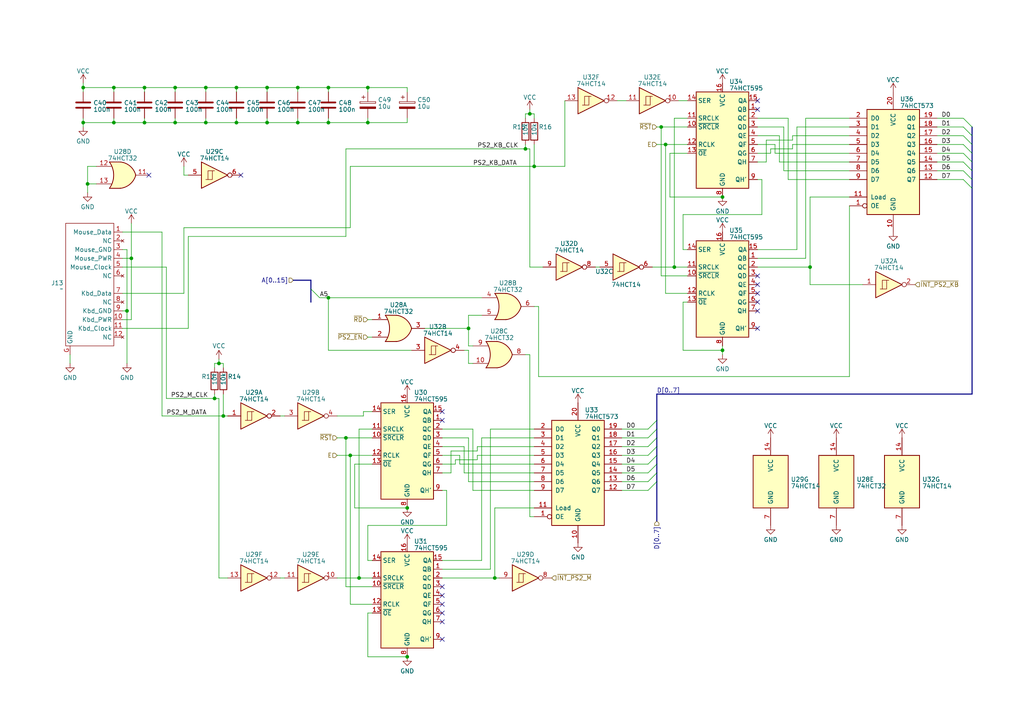
<source format=kicad_sch>
(kicad_sch (version 20231120) (generator "eeschema") (generator_version "8.0")
  (paper "A4")
  (lib_symbols
    (symbol "74xx:74HC14" (pin_names (offset 1.016))
      (property "Reference" "U" (at 0 1.27 0))
      (property "Value" "74HC14" (at 0 -1.27 0))
      (symbol "74HC14_1_0"
        (polyline (pts (xy -3.81 3.81) (xy -3.81 -3.81) (xy 3.81 0) (xy -3.81 3.81)) (stroke (width 0.254)) (fill (type background)))
        (pin input line (at -7.62 0 0) (length 3.81) (name "~") (number "1"))
        (pin output inverted (at 7.62 0 180) (length 3.81) (name "~") (number "2"))
      )
      (symbol "74HC14_1_1"
        (polyline (pts (xy -1.905 -1.27) (xy -1.905 1.27) (xy -0.635 1.27)))
        (polyline (pts (xy -2.54 -1.27) (xy -0.635 -1.27) (xy -0.635 1.27) (xy 0 1.27)))
      )
      (symbol "74HC14_2_0"
        (polyline (pts (xy -3.81 3.81) (xy -3.81 -3.81) (xy 3.81 0) (xy -3.81 3.81)) (stroke (width 0.254)) (fill (type background)))
        (pin input line (at -7.62 0 0) (length 3.81) (name "~") (number "3"))
        (pin output inverted (at 7.62 0 180) (length 3.81) (name "~") (number "4"))
      )
      (symbol "74HC14_2_1"
        (polyline (pts (xy -1.905 -1.27) (xy -1.905 1.27) (xy -0.635 1.27)))
        (polyline (pts (xy -2.54 -1.27) (xy -0.635 -1.27) (xy -0.635 1.27) (xy 0 1.27)))
      )
      (symbol "74HC14_3_0"
        (polyline (pts (xy -3.81 3.81) (xy -3.81 -3.81) (xy 3.81 0) (xy -3.81 3.81)) (stroke (width 0.254)) (fill (type background)))
        (pin input line (at -7.62 0 0) (length 3.81) (name "~") (number "5"))
        (pin output inverted (at 7.62 0 180) (length 3.81) (name "~") (number "6"))
      )
      (symbol "74HC14_3_1"
        (polyline (pts (xy -1.905 -1.27) (xy -1.905 1.27) (xy -0.635 1.27)))
        (polyline (pts (xy -2.54 -1.27) (xy -0.635 -1.27) (xy -0.635 1.27) (xy 0 1.27)))
      )
      (symbol "74HC14_4_0"
        (polyline (pts (xy -3.81 3.81) (xy -3.81 -3.81) (xy 3.81 0) (xy -3.81 3.81)) (stroke (width 0.254)) (fill (type background)))
        (pin output inverted (at 7.62 0 180) (length 3.81) (name "~") (number "8"))
        (pin input line (at -7.62 0 0) (length 3.81) (name "~") (number "9"))
      )
      (symbol "74HC14_4_1"
        (polyline (pts (xy -1.905 -1.27) (xy -1.905 1.27) (xy -0.635 1.27)))
        (polyline (pts (xy -2.54 -1.27) (xy -0.635 -1.27) (xy -0.635 1.27) (xy 0 1.27)))
      )
      (symbol "74HC14_5_0"
        (polyline (pts (xy -3.81 3.81) (xy -3.81 -3.81) (xy 3.81 0) (xy -3.81 3.81)) (stroke (width 0.254)) (fill (type background)))
        (pin output inverted (at 7.62 0 180) (length 3.81) (name "~") (number "10"))
        (pin input line (at -7.62 0 0) (length 3.81) (name "~") (number "11"))
      )
      (symbol "74HC14_5_1"
        (polyline (pts (xy -1.905 -1.27) (xy -1.905 1.27) (xy -0.635 1.27)))
        (polyline (pts (xy -2.54 -1.27) (xy -0.635 -1.27) (xy -0.635 1.27) (xy 0 1.27)))
      )
      (symbol "74HC14_6_0"
        (polyline (pts (xy -3.81 3.81) (xy -3.81 -3.81) (xy 3.81 0) (xy -3.81 3.81)) (stroke (width 0.254)) (fill (type background)))
        (pin output inverted (at 7.62 0 180) (length 3.81) (name "~") (number "12"))
        (pin input line (at -7.62 0 0) (length 3.81) (name "~") (number "13"))
      )
      (symbol "74HC14_6_1"
        (polyline (pts (xy -1.905 -1.27) (xy -1.905 1.27) (xy -0.635 1.27)))
        (polyline (pts (xy -2.54 -1.27) (xy -0.635 -1.27) (xy -0.635 1.27) (xy 0 1.27)))
      )
      (symbol "74HC14_7_0"
        (pin power_in line (at 0 12.7 270) (length 5.08) (name "VCC") (number "14"))
        (pin power_in line (at 0 -12.7 90) (length 5.08) (name "GND") (number "7"))
      )
      (symbol "74HC14_7_1"
        (rectangle (start -5.08 7.62) (end 5.08 -7.62) (stroke (width 0.254)) (fill (type background)))
      )
    )
    (symbol "74xx:74HC595"
      (property "Reference" "U" (at -7.62 13.97 0))
      (property "Value" "74HC595" (at -7.62 -16.51 0))
      (symbol "74HC595_1_0"
        (pin tri_state line (at 10.16 7.62 180) (length 2.54) (name "QB") (number "1"))
        (pin input line (at -10.16 2.54 0) (length 2.54) (name "~{SRCLR}") (number "10"))
        (pin input line (at -10.16 5.08 0) (length 2.54) (name "SRCLK") (number "11"))
        (pin input line (at -10.16 -2.54 0) (length 2.54) (name "RCLK") (number "12"))
        (pin input line (at -10.16 -5.08 0) (length 2.54) (name "~{OE}") (number "13"))
        (pin input line (at -10.16 10.16 0) (length 2.54) (name "SER") (number "14"))
        (pin tri_state line (at 10.16 10.16 180) (length 2.54) (name "QA") (number "15"))
        (pin power_in line (at 0 15.24 270) (length 2.54) (name "VCC") (number "16"))
        (pin tri_state line (at 10.16 5.08 180) (length 2.54) (name "QC") (number "2"))
        (pin tri_state line (at 10.16 2.54 180) (length 2.54) (name "QD") (number "3"))
        (pin tri_state line (at 10.16 0 180) (length 2.54) (name "QE") (number "4"))
        (pin tri_state line (at 10.16 -2.54 180) (length 2.54) (name "QF") (number "5"))
        (pin tri_state line (at 10.16 -5.08 180) (length 2.54) (name "QG") (number "6"))
        (pin tri_state line (at 10.16 -7.62 180) (length 2.54) (name "QH") (number "7"))
        (pin power_in line (at 0 -17.78 90) (length 2.54) (name "GND") (number "8"))
        (pin output line (at 10.16 -12.7 180) (length 2.54) (name "QH'") (number "9"))
      )
      (symbol "74HC595_1_1"
        (rectangle (start -7.62 12.7) (end 7.62 -15.24) (stroke (width 0.254)) (fill (type background)))
      )
    )
    (symbol "74xx:74LS32" (pin_names (offset 1.016))
      (property "Reference" "U" (at 0 1.27 0))
      (property "Value" "74LS32" (at 0 -1.27 0))
      (symbol "74LS32_1_1"
        (arc (start -3.81 -3.81) (mid -2.589 0) (end -3.81 3.81) (stroke (width 0.254)))
        (arc (start -0.6096 -3.81) (mid 2.1842 -2.5851) (end 3.81 0) (stroke (width 0.254)) (fill (type background)))
        (polyline (pts (xy -3.81 -3.81) (xy -0.635 -3.81)) (stroke (width 0.254)) (fill (type background)))
        (polyline (pts (xy -3.81 3.81) (xy -0.635 3.81)) (stroke (width 0.254)) (fill (type background)))
        (polyline (pts (xy -0.635 3.81) (xy -3.81 3.81) (xy -3.81 3.81) (xy -3.556 3.4036) (xy -3.0226 2.2606) (xy -2.6924 1.0414) (xy -2.6162 -0.254) (xy -2.7686 -1.4986) (xy -3.175 -2.7178) (xy -3.81 -3.81) (xy -3.81 -3.81) (xy -0.635 -3.81)) (stroke (width -25.4)) (fill (type background)))
        (arc (start 3.81 0) (mid 2.1915 2.5936) (end -0.6096 3.81) (stroke (width 0.254)) (fill (type background)))
        (pin input line (at -7.62 2.54 0) (length 4.318) (name "~") (number "1"))
        (pin input line (at -7.62 -2.54 0) (length 4.318) (name "~") (number "2"))
        (pin output line (at 7.62 0 180) (length 3.81) (name "~") (number "3"))
      )
      (symbol "74LS32_1_2"
        (arc (start 0 -3.81) (mid 3.7934 0) (end 0 3.81) (stroke (width 0.254)) (fill (type background)))
        (polyline (pts (xy 0 3.81) (xy -3.81 3.81) (xy -3.81 -3.81) (xy 0 -3.81)) (stroke (width 0.254)) (fill (type background)))
        (pin input inverted (at -7.62 2.54 0) (length 3.81) (name "~") (number "1"))
        (pin input inverted (at -7.62 -2.54 0) (length 3.81) (name "~") (number "2"))
        (pin output inverted (at 7.62 0 180) (length 3.81) (name "~") (number "3"))
      )
      (symbol "74LS32_2_1"
        (arc (start -3.81 -3.81) (mid -2.589 0) (end -3.81 3.81) (stroke (width 0.254)))
        (arc (start -0.6096 -3.81) (mid 2.1842 -2.5851) (end 3.81 0) (stroke (width 0.254)) (fill (type background)))
        (polyline (pts (xy -3.81 -3.81) (xy -0.635 -3.81)) (stroke (width 0.254)) (fill (type background)))
        (polyline (pts (xy -3.81 3.81) (xy -0.635 3.81)) (stroke (width 0.254)) (fill (type background)))
        (polyline (pts (xy -0.635 3.81) (xy -3.81 3.81) (xy -3.81 3.81) (xy -3.556 3.4036) (xy -3.0226 2.2606) (xy -2.6924 1.0414) (xy -2.6162 -0.254) (xy -2.7686 -1.4986) (xy -3.175 -2.7178) (xy -3.81 -3.81) (xy -3.81 -3.81) (xy -0.635 -3.81)) (stroke (width -25.4)) (fill (type background)))
        (arc (start 3.81 0) (mid 2.1915 2.5936) (end -0.6096 3.81) (stroke (width 0.254)) (fill (type background)))
        (pin input line (at -7.62 2.54 0) (length 4.318) (name "~") (number "4"))
        (pin input line (at -7.62 -2.54 0) (length 4.318) (name "~") (number "5"))
        (pin output line (at 7.62 0 180) (length 3.81) (name "~") (number "6"))
      )
      (symbol "74LS32_2_2"
        (arc (start 0 -3.81) (mid 3.7934 0) (end 0 3.81) (stroke (width 0.254)) (fill (type background)))
        (polyline (pts (xy 0 3.81) (xy -3.81 3.81) (xy -3.81 -3.81) (xy 0 -3.81)) (stroke (width 0.254)) (fill (type background)))
        (pin input inverted (at -7.62 2.54 0) (length 3.81) (name "~") (number "4"))
        (pin input inverted (at -7.62 -2.54 0) (length 3.81) (name "~") (number "5"))
        (pin output inverted (at 7.62 0 180) (length 3.81) (name "~") (number "6"))
      )
      (symbol "74LS32_3_1"
        (arc (start -3.81 -3.81) (mid -2.589 0) (end -3.81 3.81) (stroke (width 0.254)))
        (arc (start -0.6096 -3.81) (mid 2.1842 -2.5851) (end 3.81 0) (stroke (width 0.254)) (fill (type background)))
        (polyline (pts (xy -3.81 -3.81) (xy -0.635 -3.81)) (stroke (width 0.254)) (fill (type background)))
        (polyline (pts (xy -3.81 3.81) (xy -0.635 3.81)) (stroke (width 0.254)) (fill (type background)))
        (polyline (pts (xy -0.635 3.81) (xy -3.81 3.81) (xy -3.81 3.81) (xy -3.556 3.4036) (xy -3.0226 2.2606) (xy -2.6924 1.0414) (xy -2.6162 -0.254) (xy -2.7686 -1.4986) (xy -3.175 -2.7178) (xy -3.81 -3.81) (xy -3.81 -3.81) (xy -0.635 -3.81)) (stroke (width -25.4)) (fill (type background)))
        (arc (start 3.81 0) (mid 2.1915 2.5936) (end -0.6096 3.81) (stroke (width 0.254)) (fill (type background)))
        (pin input line (at -7.62 -2.54 0) (length 4.318) (name "~") (number "10"))
        (pin output line (at 7.62 0 180) (length 3.81) (name "~") (number "8"))
        (pin input line (at -7.62 2.54 0) (length 4.318) (name "~") (number "9"))
      )
      (symbol "74LS32_3_2"
        (arc (start 0 -3.81) (mid 3.7934 0) (end 0 3.81) (stroke (width 0.254)) (fill (type background)))
        (polyline (pts (xy 0 3.81) (xy -3.81 3.81) (xy -3.81 -3.81) (xy 0 -3.81)) (stroke (width 0.254)) (fill (type background)))
        (pin input inverted (at -7.62 -2.54 0) (length 3.81) (name "~") (number "10"))
        (pin output inverted (at 7.62 0 180) (length 3.81) (name "~") (number "8"))
        (pin input inverted (at -7.62 2.54 0) (length 3.81) (name "~") (number "9"))
      )
      (symbol "74LS32_4_1"
        (arc (start -3.81 -3.81) (mid -2.589 0) (end -3.81 3.81) (stroke (width 0.254)))
        (arc (start -0.6096 -3.81) (mid 2.1842 -2.5851) (end 3.81 0) (stroke (width 0.254)) (fill (type background)))
        (polyline (pts (xy -3.81 -3.81) (xy -0.635 -3.81)) (stroke (width 0.254)) (fill (type background)))
        (polyline (pts (xy -3.81 3.81) (xy -0.635 3.81)) (stroke (width 0.254)) (fill (type background)))
        (polyline (pts (xy -0.635 3.81) (xy -3.81 3.81) (xy -3.81 3.81) (xy -3.556 3.4036) (xy -3.0226 2.2606) (xy -2.6924 1.0414) (xy -2.6162 -0.254) (xy -2.7686 -1.4986) (xy -3.175 -2.7178) (xy -3.81 -3.81) (xy -3.81 -3.81) (xy -0.635 -3.81)) (stroke (width -25.4)) (fill (type background)))
        (arc (start 3.81 0) (mid 2.1915 2.5936) (end -0.6096 3.81) (stroke (width 0.254)) (fill (type background)))
        (pin output line (at 7.62 0 180) (length 3.81) (name "~") (number "11"))
        (pin input line (at -7.62 2.54 0) (length 4.318) (name "~") (number "12"))
        (pin input line (at -7.62 -2.54 0) (length 4.318) (name "~") (number "13"))
      )
      (symbol "74LS32_4_2"
        (arc (start 0 -3.81) (mid 3.7934 0) (end 0 3.81) (stroke (width 0.254)) (fill (type background)))
        (polyline (pts (xy 0 3.81) (xy -3.81 3.81) (xy -3.81 -3.81) (xy 0 -3.81)) (stroke (width 0.254)) (fill (type background)))
        (pin output inverted (at 7.62 0 180) (length 3.81) (name "~") (number "11"))
        (pin input inverted (at -7.62 2.54 0) (length 3.81) (name "~") (number "12"))
        (pin input inverted (at -7.62 -2.54 0) (length 3.81) (name "~") (number "13"))
      )
      (symbol "74LS32_5_0"
        (pin power_in line (at 0 12.7 270) (length 5.08) (name "VCC") (number "14"))
        (pin power_in line (at 0 -12.7 90) (length 5.08) (name "GND") (number "7"))
      )
      (symbol "74LS32_5_1"
        (rectangle (start -5.08 7.62) (end 5.08 -7.62) (stroke (width 0.254)) (fill (type background)))
      )
    )
    (symbol "74xx:74LS573" (pin_names (offset 1.016))
      (property "Reference" "U" (at -7.62 16.51 0))
      (property "Value" "74LS573" (at -7.62 -16.51 0))
      (symbol "74LS573_1_0"
        (pin input inverted (at -12.7 -12.7 0) (length 5.08) (name "OE") (number "1"))
        (pin power_in line (at 0 -20.32 90) (length 5.08) (name "GND") (number "10"))
        (pin input line (at -12.7 -10.16 0) (length 5.08) (name "Load") (number "11"))
        (pin tri_state line (at 12.7 -5.08 180) (length 5.08) (name "Q7") (number "12"))
        (pin tri_state line (at 12.7 -2.54 180) (length 5.08) (name "Q6") (number "13"))
        (pin tri_state line (at 12.7 0 180) (length 5.08) (name "Q5") (number "14"))
        (pin tri_state line (at 12.7 2.54 180) (length 5.08) (name "Q4") (number "15"))
        (pin tri_state line (at 12.7 5.08 180) (length 5.08) (name "Q3") (number "16"))
        (pin tri_state line (at 12.7 7.62 180) (length 5.08) (name "Q2") (number "17"))
        (pin tri_state line (at 12.7 10.16 180) (length 5.08) (name "Q1") (number "18"))
        (pin tri_state line (at 12.7 12.7 180) (length 5.08) (name "Q0") (number "19"))
        (pin input line (at -12.7 12.7 0) (length 5.08) (name "D0") (number "2"))
        (pin power_in line (at 0 20.32 270) (length 5.08) (name "VCC") (number "20"))
        (pin input line (at -12.7 10.16 0) (length 5.08) (name "D1") (number "3"))
        (pin input line (at -12.7 7.62 0) (length 5.08) (name "D2") (number "4"))
        (pin input line (at -12.7 5.08 0) (length 5.08) (name "D3") (number "5"))
        (pin input line (at -12.7 2.54 0) (length 5.08) (name "D4") (number "6"))
        (pin input line (at -12.7 0 0) (length 5.08) (name "D5") (number "7"))
        (pin input line (at -12.7 -2.54 0) (length 5.08) (name "D6") (number "8"))
        (pin input line (at -12.7 -5.08 0) (length 5.08) (name "D7") (number "9"))
      )
      (symbol "74LS573_1_1"
        (rectangle (start -7.62 15.24) (end 7.62 -15.24) (stroke (width 0.254)) (fill (type background)))
      )
    )
    (symbol "Device:C" (pin_numbers hide) (pin_names (offset 0.254))
      (property "Reference" "C" (at 0.635 2.54 0))
      (property "Value" "C" (at 0.635 -2.54 0))
      (symbol "C_0_1"
        (polyline (pts (xy -2.032 -0.762) (xy 2.032 -0.762)) (stroke (width 0.508)))
        (polyline (pts (xy -2.032 0.762) (xy 2.032 0.762)) (stroke (width 0.508)))
      )
      (symbol "C_1_1"
        (pin passive line (at 0 3.81 270) (length 2.794) (name "~") (number "1"))
        (pin passive line (at 0 -3.81 90) (length 2.794) (name "~") (number "2"))
      )
    )
    (symbol "Device:C_Polarized" (pin_numbers hide) (pin_names (offset 0.254))
      (property "Reference" "C" (at 0.635 2.54 0))
      (property "Value" "C_Polarized" (at 0.635 -2.54 0))
      (symbol "C_Polarized_0_1"
        (rectangle (start -2.286 0.508) (end 2.286 1.016))
        (polyline (pts (xy -1.778 2.286) (xy -0.762 2.286)))
        (polyline (pts (xy -1.27 2.794) (xy -1.27 1.778)))
        (rectangle (start 2.286 -0.508) (end -2.286 -1.016) (fill (type outline)))
      )
      (symbol "C_Polarized_1_1"
        (pin passive line (at 0 3.81 270) (length 2.794) (name "~") (number "1"))
        (pin passive line (at 0 -3.81 90) (length 2.794) (name "~") (number "2"))
      )
    )
    (symbol "Device:R" (pin_numbers hide) (pin_names (offset 0))
      (property "Reference" "R" (at 2.032 0 90))
      (property "Value" "R" (at 0 0 90))
      (symbol "R_0_1"
        (rectangle (start -1.016 -2.54) (end 1.016 2.54) (stroke (width 0.254)))
      )
      (symbol "R_1_1"
        (pin passive line (at 0 3.81 270) (length 1.27) (name "~") (number "1"))
        (pin passive line (at 0 -3.81 90) (length 1.27) (name "~") (number "2"))
      )
    )
    (symbol "motherboard:2xPS2"
      (property "Reference" "J" (at 0 0 0))
      (symbol "2xPS2_0_1"
        (rectangle (start -7.62 38.1) (end 6.35 2.54))
      )
      (symbol "2xPS2_1_1"
        (pin input line (at -10.16 35.56 0) (length 2.54) (name "Mouse_Data") (number "1"))
        (pin power_in line (at -10.16 10.16 0) (length 2.54) (name "Kbd_PWR") (number "10"))
        (pin power_in line (at -10.16 7.62 0) (length 2.54) (name "Kbd_Clock") (number "11"))
        (pin no_connect line (at -10.16 5.08 0) (length 2.54) (name "NC") (number "12"))
        (pin no_connect line (at -10.16 33.02 0) (length 2.54) (name "NC") (number "2"))
        (pin power_in line (at -10.16 30.48 0) (length 2.54) (name "Mouse_GND") (number "3"))
        (pin power_in line (at -10.16 27.94 0) (length 2.54) (name "Mouse_PWR") (number "4"))
        (pin power_in line (at -10.16 25.4 0) (length 2.54) (name "Mouse_Clock") (number "5"))
        (pin no_connect line (at -10.16 22.86 0) (length 2.54) (name "NC") (number "6"))
        (pin input line (at -10.16 17.78 0) (length 2.54) (name "Kbd_Data") (number "7"))
        (pin no_connect line (at -10.16 15.24 0) (length 2.54) (name "NC") (number "8"))
        (pin power_in line (at -10.16 12.7 0) (length 2.54) (name "Kbd_GND") (number "9"))
        (pin power_in line (at 5.08 0 90) (length 2.54) (name "GND") (number "G"))
      )
    )
    (symbol "power:GND" (power) (pin_names (offset 0))
      (property "Value" "GND" (at 0 -3.81 0))
      (symbol "GND_0_1"
        (polyline (pts (xy 0 0) (xy 0 -1.27) (xy 1.27 -1.27) (xy 0 -2.54) (xy -1.27 -1.27) (xy 0 -1.27)))
      )
      (symbol "GND_1_1"
        (pin power_in line (at 0 0 270) (length 0) hide (name "GND") (number "1"))
      )
    )
    (symbol "power:VCC" (power) (pin_names (offset 0))
      (property "Value" "VCC" (at 0 3.81 0))
      (symbol "VCC_0_1"
        (polyline (pts (xy -0.762 1.27) (xy 0 2.54)))
        (polyline (pts (xy 0 0) (xy 0 2.54)))
        (polyline (pts (xy 0 2.54) (xy 0.762 1.27)))
      )
      (symbol "VCC_1_1"
        (pin power_in line (at 0 0 90) (length 0) hide (name "VCC") (number "1"))
      )
    )
  )
  (junction (at 63.5 105.41))
  (junction (at 234.95 77.47))
  (junction (at 154.94 48.26))
  (junction (at 193.04 41.91))
  (junction (at 38.1 74.93))
  (junction (at 77.47 35.56))
  (junction (at 143.51 167.64))
  (junction (at 62.23 115.57))
  (junction (at 95.25 25.4))
  (junction (at 95.25 86.36))
  (junction (at 41.91 35.56))
  (junction (at 209.55 101.6))
  (junction (at 195.58 77.47))
  (junction (at 86.36 35.56))
  (junction (at 50.8 25.4))
  (junction (at 24.13 25.4))
  (junction (at 36.83 90.17))
  (junction (at 118.11 147.32))
  (junction (at 25.4 53.34))
  (junction (at 209.55 57.15))
  (junction (at 68.58 25.4))
  (junction (at 50.8 35.56))
  (junction (at 106.68 25.4))
  (junction (at 135.89 95.25))
  (junction (at 24.13 35.56))
  (junction (at 152.4 43.18))
  (junction (at 64.77 120.65))
  (junction (at 68.58 35.56))
  (junction (at 101.6 132.08))
  (junction (at 33.02 25.4))
  (junction (at 118.11 190.5))
  (junction (at 77.47 25.4))
  (junction (at 153.67 33.02))
  (junction (at 95.25 35.56))
  (junction (at 100.33 127))
  (junction (at 104.14 167.64))
  (junction (at 59.69 25.4))
  (junction (at 41.91 25.4))
  (junction (at 33.02 35.56))
  (junction (at 86.36 25.4))
  (junction (at 59.69 35.56))
  (junction (at 191.77 36.83))
  (junction (at 106.68 35.56))
  (no_connect (at 219.71 29.21))
  (no_connect (at 128.27 119.38))
  (no_connect (at 128.27 180.34))
  (no_connect (at 69.85 50.8))
  (no_connect (at 128.27 177.8))
  (no_connect (at 128.27 121.92))
  (no_connect (at 219.71 80.01))
  (no_connect (at 128.27 172.72))
  (no_connect (at 219.71 82.55))
  (no_connect (at 219.71 31.75))
  (no_connect (at 219.71 95.25))
  (no_connect (at 219.71 85.09))
  (no_connect (at 219.71 87.63))
  (no_connect (at 128.27 170.18))
  (no_connect (at 128.27 185.42))
  (no_connect (at 128.27 175.26))
  (no_connect (at 219.71 90.17))
  (no_connect (at 43.18 50.8))
  (bus_entry (at 190.5 121.92) (size -2.54 2.54))
  (bus_entry (at 281.94 39.37) (size -2.54 -2.54))
  (bus_entry (at 281.94 36.83) (size -2.54 -2.54))
  (bus_entry (at 281.94 49.53) (size -2.54 -2.54))
  (bus_entry (at 281.94 46.99) (size -2.54 -2.54))
  (bus_entry (at 281.94 41.91) (size -2.54 -2.54))
  (bus_entry (at 190.5 127) (size -2.54 2.54))
  (bus_entry (at 190.5 134.62) (size -2.54 2.54))
  (bus_entry (at 281.94 54.61) (size -2.54 -2.54))
  (bus_entry (at 281.94 52.07) (size -2.54 -2.54))
  (bus_entry (at 190.5 132.08) (size -2.54 2.54))
  (bus_entry (at 190.5 124.46) (size -2.54 2.54))
  (bus_entry (at 281.94 44.45) (size -2.54 -2.54))
  (bus_entry (at 190.5 139.7) (size -2.54 2.54))
  (bus_entry (at 190.5 137.16) (size -2.54 2.54))
  (bus_entry (at 90.17 83.82) (size 2.54 2.54))
  (bus_entry (at 190.5 129.54) (size -2.54 2.54))
  (wire (pts (xy 77.47 26.67) (xy 77.47 25.4)))
  (wire (pts (xy 53.34 85.09) (xy 53.34 66.04)))
  (wire (pts (xy 142.24 124.46) (xy 154.94 124.46)))
  (bus (pts (xy 190.5 124.46) (xy 190.5 127)))
  (wire (pts (xy 135.89 91.44) (xy 139.7 91.44)))
  (bus (pts (xy 281.94 49.53) (xy 281.94 52.07)))
  (wire (pts (xy 180.34 127) (xy 187.96 127)))
  (wire (pts (xy 48.26 77.47) (xy 35.56 77.47)))
  (wire (pts (xy 143.51 167.64) (xy 144.78 167.64)))
  (wire (pts (xy 219.71 44.45) (xy 223.52 44.45)))
  (wire (pts (xy 59.69 35.56) (xy 68.58 35.56)))
  (wire (pts (xy 271.78 52.07) (xy 279.4 52.07)))
  (wire (pts (xy 95.25 35.56) (xy 106.68 35.56)))
  (wire (pts (xy 234.95 82.55) (xy 250.19 82.55)))
  (wire (pts (xy 64.77 114.3) (xy 64.77 120.65)))
  (wire (pts (xy 180.34 129.54) (xy 187.96 129.54)))
  (wire (pts (xy 41.91 25.4) (xy 41.91 26.67)))
  (wire (pts (xy 128.27 165.1) (xy 142.24 165.1)))
  (wire (pts (xy 107.95 177.8) (xy 106.68 177.8)))
  (wire (pts (xy 46.99 120.65) (xy 64.77 120.65)))
  (wire (pts (xy 193.04 41.91) (xy 199.39 41.91)))
  (wire (pts (xy 24.13 25.4) (xy 24.13 26.67)))
  (wire (pts (xy 154.94 147.32) (xy 143.51 147.32)))
  (wire (pts (xy 142.24 165.1) (xy 142.24 124.46)))
  (wire (pts (xy 154.94 41.91) (xy 154.94 48.26)))
  (wire (pts (xy 64.77 105.41) (xy 63.5 105.41)))
  (wire (pts (xy 128.27 127) (xy 135.89 127)))
  (wire (pts (xy 271.78 39.37) (xy 279.4 39.37)))
  (wire (pts (xy 100.33 127) (xy 107.95 127)))
  (wire (pts (xy 24.13 25.4) (xy 33.02 25.4)))
  (wire (pts (xy 157.48 77.47) (xy 153.67 77.47)))
  (wire (pts (xy 33.02 35.56) (xy 41.91 35.56)))
  (wire (pts (xy 220.98 52.07) (xy 220.98 62.23)))
  (bus (pts (xy 90.17 81.28) (xy 90.17 83.82)))
  (wire (pts (xy 154.94 142.24) (xy 137.16 142.24)))
  (wire (pts (xy 234.95 82.55) (xy 234.95 77.47)))
  (bus (pts (xy 190.5 127) (xy 190.5 129.54)))
  (wire (pts (xy 50.8 25.4) (xy 59.69 25.4)))
  (wire (pts (xy 130.81 137.16) (xy 130.81 130.81)))
  (wire (pts (xy 195.58 34.29) (xy 199.39 34.29)))
  (wire (pts (xy 77.47 35.56) (xy 86.36 35.56)))
  (wire (pts (xy 64.77 120.65) (xy 66.04 120.65)))
  (bus (pts (xy 190.5 132.08) (xy 190.5 134.62)))
  (wire (pts (xy 229.87 41.91) (xy 246.38 41.91)))
  (wire (pts (xy 180.34 137.16) (xy 187.96 137.16)))
  (wire (pts (xy 77.47 34.29) (xy 77.47 35.56)))
  (wire (pts (xy 222.25 40.64) (xy 229.87 40.64)))
  (wire (pts (xy 41.91 34.29) (xy 41.91 35.56)))
  (wire (pts (xy 139.7 162.56) (xy 139.7 127)))
  (wire (pts (xy 231.14 36.83) (xy 246.38 36.83)))
  (wire (pts (xy 35.56 67.31) (xy 46.99 67.31)))
  (wire (pts (xy 153.67 31.75) (xy 153.67 33.02)))
  (wire (pts (xy 123.19 95.25) (xy 135.89 95.25)))
  (wire (pts (xy 219.71 36.83) (xy 227.33 36.83)))
  (wire (pts (xy 190.5 36.83) (xy 191.77 36.83)))
  (bus (pts (xy 190.5 129.54) (xy 190.5 132.08)))
  (bus (pts (xy 281.94 36.83) (xy 281.94 39.37)))
  (wire (pts (xy 59.69 25.4) (xy 68.58 25.4)))
  (wire (pts (xy 133.35 132.08) (xy 133.35 134.62)))
  (wire (pts (xy 106.68 162.56) (xy 107.95 162.56)))
  (wire (pts (xy 154.94 33.02) (xy 154.94 34.29)))
  (wire (pts (xy 63.5 105.41) (xy 62.23 105.41)))
  (wire (pts (xy 86.36 26.67) (xy 86.36 25.4)))
  (wire (pts (xy 101.6 66.04) (xy 101.6 48.26)))
  (wire (pts (xy 135.89 100.33) (xy 137.16 100.33)))
  (wire (pts (xy 135.89 91.44) (xy 135.89 95.25)))
  (wire (pts (xy 137.16 124.46) (xy 128.27 124.46)))
  (wire (pts (xy 199.39 44.45) (xy 194.31 44.45)))
  (wire (pts (xy 107.95 134.62) (xy 102.87 134.62)))
  (wire (pts (xy 246.38 57.15) (xy 234.95 57.15)))
  (wire (pts (xy 163.83 48.26) (xy 163.83 29.21)))
  (wire (pts (xy 156.21 109.22) (xy 246.38 109.22)))
  (wire (pts (xy 196.85 29.21) (xy 199.39 29.21)))
  (bus (pts (xy 281.94 52.07) (xy 281.94 54.61)))
  (wire (pts (xy 33.02 26.67) (xy 33.02 25.4)))
  (wire (pts (xy 97.79 120.65) (xy 105.41 120.65)))
  (wire (pts (xy 172.72 77.47) (xy 173.99 77.47)))
  (wire (pts (xy 41.91 35.56) (xy 50.8 35.56)))
  (wire (pts (xy 86.36 25.4) (xy 95.25 25.4)))
  (wire (pts (xy 228.6 52.07) (xy 228.6 34.29)))
  (wire (pts (xy 35.56 72.39) (xy 36.83 72.39)))
  (wire (pts (xy 106.68 25.4) (xy 118.11 25.4)))
  (wire (pts (xy 246.38 52.07) (xy 228.6 52.07)))
  (wire (pts (xy 137.16 142.24) (xy 137.16 124.46)))
  (wire (pts (xy 191.77 80.01) (xy 199.39 80.01)))
  (wire (pts (xy 129.54 142.24) (xy 129.54 152.4)))
  (wire (pts (xy 132.08 134.62) (xy 132.08 133.35)))
  (wire (pts (xy 219.71 77.47) (xy 234.95 77.47)))
  (wire (pts (xy 100.33 127) (xy 100.33 170.18)))
  (wire (pts (xy 133.35 134.62) (xy 154.94 134.62)))
  (wire (pts (xy 198.12 72.39) (xy 199.39 72.39)))
  (wire (pts (xy 59.69 34.29) (xy 59.69 35.56)))
  (wire (pts (xy 199.39 87.63) (xy 198.12 87.63)))
  (wire (pts (xy 135.89 101.6) (xy 134.62 101.6)))
  (bus (pts (xy 281.94 44.45) (xy 281.94 46.99)))
  (bus (pts (xy 190.5 134.62) (xy 190.5 137.16)))
  (wire (pts (xy 95.25 26.67) (xy 95.25 25.4)))
  (wire (pts (xy 195.58 77.47) (xy 199.39 77.47)))
  (wire (pts (xy 20.32 105.41) (xy 20.32 102.87)))
  (wire (pts (xy 156.21 109.22) (xy 156.21 88.9)))
  (wire (pts (xy 180.34 139.7) (xy 187.96 139.7)))
  (wire (pts (xy 68.58 35.56) (xy 77.47 35.56)))
  (wire (pts (xy 63.5 167.64) (xy 63.5 115.57)))
  (wire (pts (xy 135.89 139.7) (xy 154.94 139.7)))
  (wire (pts (xy 138.43 132.08) (xy 154.94 132.08)))
  (wire (pts (xy 226.06 46.99) (xy 246.38 46.99)))
  (wire (pts (xy 154.94 88.9) (xy 156.21 88.9)))
  (wire (pts (xy 66.04 167.64) (xy 63.5 167.64)))
  (wire (pts (xy 195.58 77.47) (xy 195.58 34.29)))
  (wire (pts (xy 233.68 34.29) (xy 246.38 34.29)))
  (wire (pts (xy 135.89 101.6) (xy 135.89 105.41)))
  (wire (pts (xy 229.87 43.18) (xy 229.87 41.91)))
  (wire (pts (xy 152.4 43.18) (xy 153.67 43.18)))
  (wire (pts (xy 101.6 48.26) (xy 154.94 48.26)))
  (wire (pts (xy 229.87 39.37) (xy 246.38 39.37)))
  (wire (pts (xy 97.79 127) (xy 100.33 127)))
  (wire (pts (xy 219.71 46.99) (xy 222.25 46.99)))
  (wire (pts (xy 68.58 34.29) (xy 68.58 35.56)))
  (wire (pts (xy 106.68 97.79) (xy 107.95 97.79)))
  (wire (pts (xy 143.51 147.32) (xy 143.51 167.64)))
  (wire (pts (xy 25.4 53.34) (xy 25.4 55.88)))
  (wire (pts (xy 132.08 133.35) (xy 138.43 133.35)))
  (wire (pts (xy 198.12 101.6) (xy 209.55 101.6)))
  (wire (pts (xy 128.27 134.62) (xy 132.08 134.62)))
  (wire (pts (xy 153.67 149.86) (xy 154.94 149.86)))
  (wire (pts (xy 62.23 114.3) (xy 62.23 115.57)))
  (wire (pts (xy 38.1 64.77) (xy 38.1 74.93)))
  (wire (pts (xy 180.34 134.62) (xy 187.96 134.62)))
  (bus (pts (xy 190.5 137.16) (xy 190.5 139.7)))
  (wire (pts (xy 33.02 34.29) (xy 33.02 35.56)))
  (wire (pts (xy 129.54 152.4) (xy 106.68 152.4)))
  (wire (pts (xy 59.69 26.67) (xy 59.69 25.4)))
  (wire (pts (xy 95.25 25.4) (xy 106.68 25.4)))
  (wire (pts (xy 97.79 167.64) (xy 104.14 167.64)))
  (wire (pts (xy 48.26 115.57) (xy 62.23 115.57)))
  (wire (pts (xy 271.78 46.99) (xy 279.4 46.99)))
  (wire (pts (xy 36.83 72.39) (xy 36.83 90.17)))
  (wire (pts (xy 41.91 25.4) (xy 50.8 25.4)))
  (wire (pts (xy 138.43 133.35) (xy 138.43 132.08)))
  (wire (pts (xy 224.79 41.91) (xy 224.79 44.45)))
  (wire (pts (xy 104.14 124.46) (xy 107.95 124.46)))
  (wire (pts (xy 153.67 102.87) (xy 153.67 149.86)))
  (wire (pts (xy 24.13 34.29) (xy 24.13 35.56)))
  (wire (pts (xy 24.13 35.56) (xy 24.13 36.83)))
  (wire (pts (xy 81.28 120.65) (xy 82.55 120.65)))
  (wire (pts (xy 36.83 90.17) (xy 36.83 105.41)))
  (bus (pts (xy 281.94 114.3) (xy 190.5 114.3)))
  (wire (pts (xy 271.78 41.91) (xy 279.4 41.91)))
  (wire (pts (xy 219.71 39.37) (xy 226.06 39.37)))
  (wire (pts (xy 209.55 101.6) (xy 209.55 102.87)))
  (wire (pts (xy 138.43 130.81) (xy 138.43 129.54)))
  (wire (pts (xy 220.98 62.23) (xy 198.12 62.23)))
  (wire (pts (xy 104.14 167.64) (xy 104.14 124.46)))
  (wire (pts (xy 199.39 36.83) (xy 191.77 36.83)))
  (wire (pts (xy 106.68 25.4) (xy 106.68 26.67)))
  (wire (pts (xy 128.27 162.56) (xy 139.7 162.56)))
  (wire (pts (xy 227.33 49.53) (xy 246.38 49.53)))
  (wire (pts (xy 53.34 50.8) (xy 54.61 50.8)))
  (wire (pts (xy 27.94 48.26) (xy 25.4 48.26)))
  (wire (pts (xy 53.34 66.04) (xy 101.6 66.04)))
  (wire (pts (xy 194.31 57.15) (xy 209.55 57.15)))
  (bus (pts (xy 85.09 81.28) (xy 90.17 81.28)))
  (wire (pts (xy 101.6 175.26) (xy 107.95 175.26)))
  (wire (pts (xy 101.6 132.08) (xy 107.95 132.08)))
  (wire (pts (xy 100.33 43.18) (xy 152.4 43.18)))
  (wire (pts (xy 100.33 43.18) (xy 100.33 68.58)))
  (wire (pts (xy 223.52 43.18) (xy 229.87 43.18)))
  (wire (pts (xy 246.38 109.22) (xy 246.38 59.69)))
  (wire (pts (xy 106.68 177.8) (xy 106.68 190.5)))
  (wire (pts (xy 152.4 33.02) (xy 153.67 33.02)))
  (wire (pts (xy 152.4 102.87) (xy 153.67 102.87)))
  (wire (pts (xy 68.58 25.4) (xy 68.58 26.67)))
  (wire (pts (xy 229.87 40.64) (xy 229.87 39.37)))
  (wire (pts (xy 24.13 24.13) (xy 24.13 25.4)))
  (wire (pts (xy 154.94 48.26) (xy 163.83 48.26)))
  (wire (pts (xy 95.25 101.6) (xy 95.25 86.36)))
  (wire (pts (xy 100.33 170.18) (xy 107.95 170.18)))
  (wire (pts (xy 228.6 34.29) (xy 219.71 34.29)))
  (wire (pts (xy 224.79 44.45) (xy 246.38 44.45)))
  (wire (pts (xy 101.6 132.08) (xy 101.6 175.26)))
  (wire (pts (xy 64.77 106.68) (xy 64.77 105.41)))
  (wire (pts (xy 92.71 86.36) (xy 95.25 86.36)))
  (wire (pts (xy 271.78 34.29) (xy 279.4 34.29)))
  (wire (pts (xy 86.36 35.56) (xy 95.25 35.56)))
  (bus (pts (xy 190.5 139.7) (xy 190.5 151.13)))
  (wire (pts (xy 81.28 167.64) (xy 82.55 167.64)))
  (wire (pts (xy 106.68 34.29) (xy 106.68 35.56)))
  (wire (pts (xy 219.71 74.93) (xy 233.68 74.93)))
  (wire (pts (xy 135.89 127) (xy 135.89 139.7)))
  (wire (pts (xy 54.61 68.58) (xy 54.61 95.25)))
  (wire (pts (xy 209.55 101.6) (xy 209.55 100.33)))
  (wire (pts (xy 95.25 86.36) (xy 139.7 86.36)))
  (wire (pts (xy 102.87 147.32) (xy 118.11 147.32)))
  (wire (pts (xy 134.62 137.16) (xy 154.94 137.16)))
  (wire (pts (xy 97.79 132.08) (xy 101.6 132.08)))
  (wire (pts (xy 153.67 33.02) (xy 154.94 33.02)))
  (wire (pts (xy 38.1 74.93) (xy 38.1 92.71)))
  (bus (pts (xy 281.94 54.61) (xy 281.94 114.3)))
  (bus (pts (xy 281.94 39.37) (xy 281.94 41.91)))
  (wire (pts (xy 180.34 142.24) (xy 187.96 142.24)))
  (wire (pts (xy 48.26 115.57) (xy 48.26 77.47)))
  (bus (pts (xy 281.94 41.91) (xy 281.94 44.45)))
  (wire (pts (xy 271.78 44.45) (xy 279.4 44.45)))
  (wire (pts (xy 53.34 48.26) (xy 53.34 50.8)))
  (wire (pts (xy 50.8 34.29) (xy 50.8 35.56)))
  (wire (pts (xy 130.81 130.81) (xy 138.43 130.81)))
  (wire (pts (xy 134.62 129.54) (xy 134.62 137.16)))
  (bus (pts (xy 281.94 46.99) (xy 281.94 49.53)))
  (wire (pts (xy 180.34 124.46) (xy 187.96 124.46)))
  (wire (pts (xy 106.68 92.71) (xy 107.95 92.71)))
  (wire (pts (xy 128.27 137.16) (xy 130.81 137.16)))
  (bus (pts (xy 90.17 83.82) (xy 90.17 87.63)))
  (wire (pts (xy 226.06 39.37) (xy 226.06 46.99)))
  (wire (pts (xy 105.41 119.38) (xy 107.95 119.38)))
  (wire (pts (xy 118.11 34.29) (xy 118.11 35.56)))
  (wire (pts (xy 63.5 104.14) (xy 63.5 105.41)))
  (wire (pts (xy 271.78 36.83) (xy 279.4 36.83)))
  (wire (pts (xy 118.11 26.67) (xy 118.11 25.4)))
  (wire (pts (xy 222.25 46.99) (xy 222.25 40.64)))
  (wire (pts (xy 54.61 95.25) (xy 35.56 95.25)))
  (wire (pts (xy 27.94 53.34) (xy 25.4 53.34)))
  (wire (pts (xy 95.25 34.29) (xy 95.25 35.56)))
  (wire (pts (xy 223.52 44.45) (xy 223.52 43.18)))
  (wire (pts (xy 193.04 85.09) (xy 199.39 85.09)))
  (wire (pts (xy 86.36 34.29) (xy 86.36 35.56)))
  (wire (pts (xy 102.87 134.62) (xy 102.87 147.32)))
  (wire (pts (xy 138.43 129.54) (xy 154.94 129.54)))
  (wire (pts (xy 105.41 120.65) (xy 105.41 119.38)))
  (wire (pts (xy 219.71 41.91) (xy 224.79 41.91)))
  (wire (pts (xy 231.14 72.39) (xy 231.14 36.83)))
  (wire (pts (xy 198.12 87.63) (xy 198.12 101.6)))
  (wire (pts (xy 35.56 85.09) (xy 53.34 85.09)))
  (wire (pts (xy 128.27 142.24) (xy 129.54 142.24)))
  (wire (pts (xy 271.78 49.53) (xy 279.4 49.53)))
  (wire (pts (xy 77.47 25.4) (xy 86.36 25.4)))
  (wire (pts (xy 24.13 35.56) (xy 33.02 35.56)))
  (wire (pts (xy 25.4 48.26) (xy 25.4 53.34)))
  (wire (pts (xy 190.5 41.91) (xy 193.04 41.91)))
  (wire (pts (xy 50.8 35.56) (xy 59.69 35.56)))
  (wire (pts (xy 106.68 35.56) (xy 118.11 35.56)))
  (wire (pts (xy 234.95 57.15) (xy 234.95 77.47)))
  (wire (pts (xy 100.33 68.58) (xy 54.61 68.58)))
  (wire (pts (xy 179.07 29.21) (xy 181.61 29.21)))
  (wire (pts (xy 119.38 101.6) (xy 95.25 101.6)))
  (wire (pts (xy 106.68 190.5) (xy 118.11 190.5)))
  (wire (pts (xy 153.67 77.47) (xy 153.67 43.18)))
  (wire (pts (xy 128.27 129.54) (xy 134.62 129.54)))
  (wire (pts (xy 198.12 62.23) (xy 198.12 72.39)))
  (wire (pts (xy 128.27 167.64) (xy 143.51 167.64)))
  (wire (pts (xy 152.4 41.91) (xy 152.4 43.18)))
  (wire (pts (xy 33.02 25.4) (xy 41.91 25.4)))
  (wire (pts (xy 46.99 67.31) (xy 46.99 120.65)))
  (wire (pts (xy 219.71 52.07) (xy 220.98 52.07)))
  (wire (pts (xy 135.89 95.25) (xy 135.89 100.33)))
  (wire (pts (xy 106.68 152.4) (xy 106.68 162.56)))
  (wire (pts (xy 104.14 167.64) (xy 107.95 167.64)))
  (bus (pts (xy 190.5 114.3) (xy 190.5 121.92)))
  (wire (pts (xy 152.4 34.29) (xy 152.4 33.02)))
  (wire (pts (xy 135.89 105.41) (xy 137.16 105.41)))
  (wire (pts (xy 227.33 36.83) (xy 227.33 49.53)))
  (wire (pts (xy 194.31 44.45) (xy 194.31 57.15)))
  (wire (pts (xy 128.27 132.08) (xy 133.35 132.08)))
  (wire (pts (xy 233.68 74.93) (xy 233.68 34.29)))
  (wire (pts (xy 139.7 127) (xy 154.94 127)))
  (wire (pts (xy 193.04 41.91) (xy 193.04 85.09)))
  (wire (pts (xy 180.34 132.08) (xy 187.96 132.08)))
  (bus (pts (xy 190.5 121.92) (xy 190.5 124.46)))
  (wire (pts (xy 62.23 105.41) (xy 62.23 106.68)))
  (wire (pts (xy 35.56 74.93) (xy 38.1 74.93)))
  (wire (pts (xy 219.71 72.39) (xy 231.14 72.39)))
  (wire (pts (xy 35.56 90.17) (xy 36.83 90.17)))
  (wire (pts (xy 68.58 25.4) (xy 77.47 25.4)))
  (wire (pts (xy 35.56 92.71) (xy 38.1 92.71)))
  (wire (pts (xy 191.77 36.83) (xy 191.77 80.01)))
  (wire (pts (xy 189.23 77.47) (xy 195.58 77.47)))
  (wire (pts (xy 62.23 115.57) (xy 63.5 115.57)))
  (wire (pts (xy 50.8 25.4) (xy 50.8 26.67)))
  (label "D5" (at 181.61 137.16 0))
  (label "D7" (at 181.61 142.24 0))
  (label "D4" (at 181.61 134.62 0))
  (label "D3" (at 181.61 132.08 0))
  (label "D1" (at 181.61 127 0))
  (label "PS2_KB_CLK" (at 138.43 43.18 0))
  (label "D2" (at 273.05 39.37 0))
  (label "A5" (at 92.71 86.36 0))
  (label "PS2_KB_DATA" (at 137.16 48.26 0))
  (label "D3" (at 273.05 41.91 0))
  (label "D0" (at 273.05 34.29 0))
  (label "D5" (at 273.05 46.99 0))
  (label "PS2_M_DATA" (at 48.26 120.65 0))
  (label "D4" (at 273.05 44.45 0))
  (label "PS2_M_CLK" (at 49.53 115.57 0))
  (label "D0" (at 181.61 124.46 0))
  (label "D1" (at 273.05 36.83 0))
  (label "D[0..7]" (at 190.5 114.3 0))
  (label "D7" (at 273.05 52.07 0))
  (label "D6" (at 273.05 49.53 0))
  (label "D6" (at 181.61 139.7 0))
  (label "D2" (at 181.61 129.54 0))
  (hierarchical_label "~{PS2_EN}" (shape input) (at 106.68 97.79 180))
  (hierarchical_label "E" (shape input) (at 190.5 41.91 180))
  (hierarchical_label "~{INT_PS2_KB}" (shape input) (at 265.43 82.55 0))
  (hierarchical_label "~{RST}" (shape input) (at 97.79 127 180))
  (hierarchical_label "~{INT_PS2_M}" (shape input) (at 160.02 167.64 0))
  (hierarchical_label "A[0..15]" (shape input) (at 85.09 81.28 180))
  (hierarchical_label "~{RST}" (shape input) (at 190.5 36.83 180))
  (hierarchical_label "D[0..7]" (shape input) (at 190.5 151.13 270))
  (hierarchical_label "E" (shape input) (at 97.79 132.08 180))
  (hierarchical_label "~{RD}" (shape input) (at 106.68 92.71 180))
  (symbol (lib_id "Device:C") (at 68.58 30.48 0) (unit 1)
    (property "Reference" "C45" (at 71.501 29.8363 0) (effects (justify left)))
    (property "Value" "100n" (at 71.501 31.7573 0) (effects (justify left)))
    (property "Footprint" "Capacitor_THT:C_Disc_D5.0mm_W2.5mm_P2.50mm" (effects (hide yes)))
  )
  (symbol (lib_id "74xx:74HC595") (at 118.11 172.72 0) (unit 1)
    (property "Reference" "U31" (at 120.0659 157.0101 0) (effects (justify left)))
    (property "Value" "74HCT595" (at 120.0659 158.9311 0) (effects (justify left)))
    (property "Footprint" "Package_DIP:DIP-16_W7.62mm_Socket" (effects (hide yes)))
    (property "Datasheet" "http://www.ti.com/lit/ds/symlink/sn74hc595.pdf" (effects (hide yes)))
  )
  (symbol (lib_id "power:VCC") (at 53.34 48.26 0) (unit 1)
    (property "Reference" "#PWR097" (effects (hide yes)))
    (property "Value" "VCC" (at 53.34 44.7581 0))
  )
  (symbol (lib_id "power:VCC") (at 38.1 64.77 0) (unit 1)
    (property "Reference" "#PWR096" (effects (hide yes)))
    (property "Value" "VCC" (at 38.1 61.2681 0))
  )
  (symbol (lib_id "74xx:74LS573") (at 259.08 46.99 0) (unit 1)
    (property "Reference" "U36" (at 261.0359 28.7401 0) (effects (justify left)))
    (property "Value" "74HCT573" (at 261.0359 30.6611 0) (effects (justify left)))
    (property "Footprint" "Package_DIP:DIP-20_W7.62mm_Socket" (effects (hide yes)))
    (property "Datasheet" "74xx/74hc573.pdf" (effects (hide yes)))
  )
  (symbol (lib_id "74xx:74HC14") (at 165.1 77.47 0) (unit 4)
    (property "Reference" "U32" (at 165.1 70.6501 0))
    (property "Value" "74HCT14" (at 165.1 72.5711 0))
    (property "Footprint" "Package_DIP:DIP-14_W7.62mm_Socket" (effects (hide yes)))
    (property "Datasheet" "http://www.ti.com/lit/gpn/sn74HC14" (effects (hide yes)))
  )
  (symbol (lib_id "power:VCC") (at 209.55 24.13 0) (unit 1)
    (property "Reference" "#PWR0106" (effects (hide yes)))
    (property "Value" "VCC" (at 209.55 20.6281 0))
  )
  (symbol (lib_id "Device:C_Polarized") (at 118.11 30.48 0) (unit 1)
    (property "Reference" "C50" (at 121.031 28.9473 0) (effects (justify left)))
    (property "Value" "10u" (at 121.031 30.8683 0) (effects (justify left)))
    (property "Footprint" "Capacitor_THT:CP_Radial_D4.0mm_P2.00mm" (effects (hide yes)))
  )
  (symbol (lib_id "74xx:74HC14") (at 189.23 29.21 0) (unit 5)
    (property "Reference" "U32" (at 189.23 22.3901 0))
    (property "Value" "74HCT14" (at 189.23 24.3111 0))
    (property "Footprint" "Package_DIP:DIP-14_W7.62mm_Socket" (effects (hide yes)))
    (property "Datasheet" "http://www.ti.com/lit/gpn/sn74HC14" (effects (hide yes)))
  )
  (symbol (lib_id "74xx:74HC14") (at 62.23 50.8 0) (unit 3)
    (property "Reference" "U29" (at 62.23 43.9801 0))
    (property "Value" "74HCT14" (at 62.23 45.9011 0))
    (property "Footprint" "Package_DIP:DIP-14_W7.62mm_Socket" (effects (hide yes)))
    (property "Datasheet" "http://www.ti.com/lit/gpn/sn74HC14" (effects (hide yes)))
  )
  (symbol (lib_id "Device:C") (at 50.8 30.48 0) (unit 1)
    (property "Reference" "C43" (at 53.721 29.8363 0) (effects (justify left)))
    (property "Value" "100n" (at 53.721 31.7573 0) (effects (justify left)))
    (property "Footprint" "Capacitor_THT:C_Disc_D5.0mm_W2.5mm_P2.50mm" (effects (hide yes)))
  )
  (symbol (lib_id "Device:C") (at 95.25 30.48 0) (unit 1)
    (property "Reference" "C48" (at 98.171 29.8363 0) (effects (justify left)))
    (property "Value" "100n" (at 98.171 31.7573 0) (effects (justify left)))
    (property "Footprint" "Capacitor_THT:C_Disc_D5.0mm_W2.5mm_P2.50mm" (effects (hide yes)))
  )
  (symbol (lib_id "power:GND") (at 209.55 57.15 0) (unit 1)
    (property "Reference" "#PWR0107" (effects (hide yes)))
    (property "Value" "GND" (at 209.55 61.2855 0))
  )
  (symbol (lib_id "power:GND") (at 20.32 105.41 0) (unit 1)
    (property "Reference" "#PWR06" (effects (hide yes)))
    (property "Value" "GND" (at 20.32 109.5455 0))
  )
  (symbol (lib_id "74xx:74HC14") (at 223.52 139.7 0) (unit 7)
    (property "Reference" "U29" (at 229.362 139.0563 0) (effects (justify left)))
    (property "Value" "74HCT14" (at 229.362 140.9773 0) (effects (justify left)))
    (property "Footprint" "Package_DIP:DIP-14_W7.62mm_Socket" (effects (hide yes)))
    (property "Datasheet" "http://www.ti.com/lit/gpn/sn74HC14" (effects (hide yes)))
  )
  (symbol (lib_id "Device:C") (at 59.69 30.48 0) (unit 1)
    (property "Reference" "C44" (at 62.611 29.8363 0) (effects (justify left)))
    (property "Value" "100n" (at 62.611 31.7573 0) (effects (justify left)))
    (property "Footprint" "Capacitor_THT:C_Disc_D5.0mm_W2.5mm_P2.50mm" (effects (hide yes)))
  )
  (symbol (lib_id "74xx:74HC14") (at 127 101.6 0) (unit 2)
    (property "Reference" "U32" (at 127 94.7801 0))
    (property "Value" "74HCT14" (at 127 96.7011 0))
    (property "Footprint" "Package_DIP:DIP-14_W7.62mm_Socket" (effects (hide yes)))
    (property "Datasheet" "http://www.ti.com/lit/gpn/sn74HC14" (effects (hide yes)))
  )
  (symbol (lib_id "Device:R") (at 64.77 110.49 0) (unit 1)
    (property "Reference" "R14" (at 66.04 109.22 0) (effects (justify left)))
    (property "Value" "10k" (at 64.77 111.76 90) (effects (justify left)))
    (property "Footprint" "Resistor_THT:R_Axial_DIN0204_L3.6mm_D1.6mm_P7.62mm_Horizontal" (effects (hide yes)))
  )
  (symbol (lib_id "power:GND") (at 25.4 55.88 0) (unit 1)
    (property "Reference" "#PWR094" (effects (hide yes)))
    (property "Value" "GND" (at 25.4 60.0155 0))
  )
  (symbol (lib_id "Device:C") (at 41.91 30.48 0) (unit 1)
    (property "Reference" "C42" (at 44.831 29.8363 0) (effects (justify left)))
    (property "Value" "100n" (at 44.831 31.7573 0) (effects (justify left)))
    (property "Footprint" "Capacitor_THT:C_Disc_D5.0mm_W2.5mm_P2.50mm" (effects (hide yes)))
  )
  (symbol (lib_id "74xx:74HC14") (at 257.81 82.55 0) (unit 1)
    (property "Reference" "U32" (at 257.81 75.7301 0))
    (property "Value" "74HCT14" (at 257.81 77.6511 0))
    (property "Footprint" "Package_DIP:DIP-14_W7.62mm_Socket" (effects (hide yes)))
    (property "Datasheet" "http://www.ti.com/lit/gpn/sn74HC14" (effects (hide yes)))
  )
  (symbol (lib_id "power:VCC") (at 209.55 67.31 0) (unit 1)
    (property "Reference" "#PWR0108" (effects (hide yes)))
    (property "Value" "VCC" (at 209.55 63.8081 0))
  )
  (symbol (lib_id "74xx:74LS32") (at 147.32 88.9 0) (unit 2)
    (property "Reference" "U28" (at 147.32 82.0801 0))
    (property "Value" "74HCT32" (at 147.32 84.0011 0))
    (property "Footprint" "Package_DIP:DIP-14_W7.62mm_Socket" (effects (hide yes)))
    (property "Datasheet" "http://www.ti.com/lit/gpn/sn74LS32" (effects (hide yes)))
  )
  (symbol (lib_id "power:GND") (at 118.11 190.5 0) (unit 1)
    (property "Reference" "#PWR0102" (effects (hide yes)))
    (property "Value" "GND" (at 118.11 194.6355 0))
  )
  (symbol (lib_id "74xx:74HC14") (at 90.17 120.65 0) (unit 2)
    (property "Reference" "U29" (at 90.17 113.8301 0))
    (property "Value" "74HCT14" (at 90.17 115.7511 0))
    (property "Footprint" "Package_DIP:DIP-14_W7.62mm_Socket" (effects (hide yes)))
    (property "Datasheet" "http://www.ti.com/lit/gpn/sn74HC14" (effects (hide yes)))
  )
  (symbol (lib_id "Device:R") (at 152.4 38.1 0) (unit 1)
    (property "Reference" "R15" (at 148.59 36.83 0) (effects (justify left)))
    (property "Value" "10k" (at 152.4 39.37 90) (effects (justify left)))
    (property "Footprint" "Resistor_THT:R_Axial_DIN0204_L3.6mm_D1.6mm_P7.62mm_Horizontal" (effects (hide yes)))
  )
  (symbol (lib_id "power:GND") (at 167.64 157.48 0) (unit 1)
    (property "Reference" "#PWR0105" (effects (hide yes)))
    (property "Value" "GND" (at 167.64 161.6155 0))
  )
  (symbol (lib_id "power:VCC") (at 259.08 26.67 0) (unit 1)
    (property "Reference" "#PWR0114" (effects (hide yes)))
    (property "Value" "VCC" (at 259.08 23.1681 0))
  )
  (symbol (lib_id "power:VCC") (at 261.62 127 0) (unit 1)
    (property "Reference" "#PWR0116" (effects (hide yes)))
    (property "Value" "VCC" (at 261.62 123.4981 0))
  )
  (symbol (lib_id "power:VCC") (at 167.64 116.84 0) (unit 1)
    (property "Reference" "#PWR0104" (effects (hide yes)))
    (property "Value" "VCC" (at 167.64 113.3381 0))
  )
  (symbol (lib_id "power:VCC") (at 24.13 24.13 0) (unit 1)
    (property "Reference" "#PWR028" (effects (hide yes)))
    (property "Value" "VCC" (at 24.13 20.6281 0))
  )
  (symbol (lib_id "Device:C") (at 86.36 30.48 0) (unit 1)
    (property "Reference" "C47" (at 89.281 29.8363 0) (effects (justify left)))
    (property "Value" "100n" (at 89.281 31.7573 0) (effects (justify left)))
    (property "Footprint" "Capacitor_THT:C_Disc_D5.0mm_W2.5mm_P2.50mm" (effects (hide yes)))
  )
  (symbol (lib_id "power:GND") (at 223.52 152.4 0) (unit 1)
    (property "Reference" "#PWR0111" (effects (hide yes)))
    (property "Value" "GND" (at 223.52 156.5355 0))
  )
  (symbol (lib_id "Device:R") (at 154.94 38.1 0) (unit 1)
    (property "Reference" "R16" (at 156.21 36.83 0) (effects (justify left)))
    (property "Value" "10k" (at 154.94 39.37 90) (effects (justify left)))
    (property "Footprint" "Resistor_THT:R_Axial_DIN0204_L3.6mm_D1.6mm_P7.62mm_Horizontal" (effects (hide yes)))
  )
  (symbol (lib_id "74xx:74LS32") (at 115.57 95.25 0) (unit 1)
    (property "Reference" "U28" (at 115.57 88.4301 0))
    (property "Value" "74HCT32" (at 115.57 90.3511 0))
    (property "Footprint" "Package_DIP:DIP-14_W7.62mm_Socket" (effects (hide yes)))
    (property "Datasheet" "http://www.ti.com/lit/gpn/sn74LS32" (effects (hide yes)))
  )
  (symbol (lib_id "power:GND") (at 118.11 147.32 0) (unit 1)
    (property "Reference" "#PWR0100" (effects (hide yes)))
    (property "Value" "GND" (at 118.11 151.4555 0))
  )
  (symbol (lib_id "Device:C_Polarized") (at 106.68 30.48 0) (unit 1)
    (property "Reference" "C49" (at 109.601 28.9473 0) (effects (justify left)))
    (property "Value" "10u" (at 109.601 30.8683 0) (effects (justify left)))
    (property "Footprint" "Capacitor_THT:CP_Radial_D4.0mm_P2.00mm" (effects (hide yes)))
  )
  (symbol (lib_id "Device:C") (at 77.47 30.48 0) (unit 1)
    (property "Reference" "C46" (at 80.391 29.8363 0) (effects (justify left)))
    (property "Value" "100n" (at 80.391 31.7573 0) (effects (justify left)))
    (property "Footprint" "Capacitor_THT:C_Disc_D5.0mm_W2.5mm_P2.50mm" (effects (hide yes)))
  )
  (symbol (lib_id "power:VCC") (at 242.57 127 0) (unit 1)
    (property "Reference" "#PWR0112" (effects (hide yes)))
    (property "Value" "VCC" (at 242.57 123.4981 0))
  )
  (symbol (lib_id "74xx:74HC14") (at 73.66 120.65 0) (unit 1)
    (property "Reference" "U29" (at 73.66 113.8301 0))
    (property "Value" "74HCT14" (at 73.66 115.7511 0))
    (property "Footprint" "Package_DIP:DIP-14_W7.62mm_Socket" (effects (hide yes)))
    (property "Datasheet" "http://www.ti.com/lit/gpn/sn74HC14" (effects (hide yes)))
  )
  (symbol (lib_id "power:GND") (at 259.08 67.31 0) (unit 1)
    (property "Reference" "#PWR0115" (effects (hide yes)))
    (property "Value" "GND" (at 259.08 71.4455 0))
  )
  (symbol (lib_id "Device:C") (at 24.13 30.48 0) (unit 1)
    (property "Reference" "C40" (at 27.051 29.8363 0) (effects (justify left)))
    (property "Value" "100n" (at 27.051 31.7573 0) (effects (justify left)))
    (property "Footprint" "Capacitor_THT:C_Disc_D5.0mm_W2.5mm_P2.50mm" (effects (hide yes)))
  )
  (symbol (lib_id "74xx:74LS32") (at 35.56 50.8 0) (unit 4)
    (property "Reference" "U28" (at 35.56 43.9801 0))
    (property "Value" "74HCT32" (at 35.56 45.9011 0))
    (property "Footprint" "Package_DIP:DIP-14_W7.62mm_Socket" (effects (hide yes)))
    (property "Datasheet" "http://www.ti.com/lit/gpn/sn74LS32" (effects (hide yes)))
  )
  (symbol (lib_id "Device:C") (at 33.02 30.48 0) (unit 1)
    (property "Reference" "C41" (at 35.941 29.8363 0) (effects (justify left)))
    (property "Value" "100n" (at 35.941 31.7573 0) (effects (justify left)))
    (property "Footprint" "Capacitor_THT:C_Disc_D5.0mm_W2.5mm_P2.50mm" (effects (hide yes)))
  )
  (symbol (lib_id "power:VCC") (at 153.67 31.75 0) (unit 1)
    (property "Reference" "#PWR0103" (effects (hide yes)))
    (property "Value" "VCC" (at 153.67 28.2481 0))
  )
  (symbol (lib_id "power:GND") (at 261.62 152.4 0) (unit 1)
    (property "Reference" "#PWR0117" (effects (hide yes)))
    (property "Value" "GND" (at 261.62 156.5355 0))
  )
  (symbol (lib_id "74xx:74HC14") (at 171.45 29.21 0) (unit 6)
    (property "Reference" "U32" (at 171.45 22.3901 0))
    (property "Value" "74HCT14" (at 171.45 24.3111 0))
    (property "Footprint" "Package_DIP:DIP-14_W7.62mm_Socket" (effects (hide yes)))
    (property "Datasheet" "http://www.ti.com/lit/gpn/sn74HC14" (effects (hide yes)))
  )
  (symbol (lib_id "74xx:74HC14") (at 152.4 167.64 0) (unit 4)
    (property "Reference" "U29" (at 152.4 160.8201 0))
    (property "Value" "74HCT14" (at 152.4 162.7411 0))
    (property "Footprint" "Package_DIP:DIP-14_W7.62mm_Socket" (effects (hide yes)))
    (property "Datasheet" "http://www.ti.com/lit/gpn/sn74HC14" (effects (hide yes)))
  )
  (symbol (lib_id "74xx:74HC14") (at 181.61 77.47 0) (unit 3)
    (property "Reference" "U32" (at 175.26 78.74 0))
    (property "Value" "74HCT14" (at 181.61 82.55 0))
    (property "Footprint" "Package_DIP:DIP-14_W7.62mm_Socket" (effects (hide yes)))
    (property "Datasheet" "http://www.ti.com/lit/gpn/sn74HC14" (effects (hide yes)))
  )
  (symbol (lib_id "74xx:74LS32") (at 144.78 102.87 0) (unit 3)
    (property "Reference" "U28" (at 144.78 96.0501 0))
    (property "Value" "74HCT32" (at 144.78 97.9711 0))
    (property "Footprint" "Package_DIP:DIP-14_W7.62mm_Socket" (effects (hide yes)))
    (property "Datasheet" "http://www.ti.com/lit/gpn/sn74LS32" (effects (hide yes)))
  )
  (symbol (lib_id "power:GND") (at 209.55 102.87 0) (unit 1)
    (property "Reference" "#PWR0109" (effects (hide yes)))
    (property "Value" "GND" (at 209.55 107.0055 0))
  )
  (symbol (lib_id "motherboard:2xPS2") (at 25.4 102.87 0) (mirror y) (unit 1)
    (property "Reference" "J13" (at 18.415 82.0808 0) (effects (justify left)))
    (property "Value" "~" (at 18.415 83.7622 0) (effects (justify left)))
    (property "Footprint" "kicad-lib:2xPS2-Mini-Din" (effects (hide yes)))
  )
  (symbol (lib_id "74xx:74LS573") (at 167.64 137.16 0) (unit 1)
    (property "Reference" "U33" (at 169.5959 118.9101 0) (effects (justify left)))
    (property "Value" "74HCT573" (at 169.5959 120.8311 0) (effects (justify left)))
    (property "Footprint" "Package_DIP:DIP-20_W7.62mm_Socket" (effects (hide yes)))
    (property "Datasheet" "74xx/74hc573.pdf" (effects (hide yes)))
  )
  (symbol (lib_id "74xx:74HC595") (at 209.55 39.37 0) (unit 1)
    (property "Reference" "U34" (at 211.5059 23.6601 0) (effects (justify left)))
    (property "Value" "74HCT595" (at 211.5059 25.5811 0) (effects (justify left)))
    (property "Footprint" "Package_DIP:DIP-16_W7.62mm_Socket" (effects (hide yes)))
    (property "Datasheet" "http://www.ti.com/lit/ds/symlink/sn74hc595.pdf" (effects (hide yes)))
  )
  (symbol (lib_id "74xx:74HC14") (at 90.17 167.64 0) (unit 5)
    (property "Reference" "U29" (at 90.17 160.8201 0))
    (property "Value" "74HCT14" (at 90.17 162.7411 0))
    (property "Footprint" "Package_DIP:DIP-14_W7.62mm_Socket" (effects (hide yes)))
    (property "Datasheet" "http://www.ti.com/lit/gpn/sn74HC14" (effects (hide yes)))
  )
  (symbol (lib_id "74xx:74HC595") (at 209.55 82.55 0) (unit 1)
    (property "Reference" "U35" (at 211.5059 66.8401 0) (effects (justify left)))
    (property "Value" "74HCT595" (at 211.5059 68.7611 0) (effects (justify left)))
    (property "Footprint" "Package_DIP:DIP-16_W7.62mm_Socket" (effects (hide yes)))
    (property "Datasheet" "http://www.ti.com/lit/ds/symlink/sn74hc595.pdf" (effects (hide yes)))
  )
  (symbol (lib_id "Device:R") (at 62.23 110.49 0) (unit 1)
    (property "Reference" "R13" (at 58.42 109.22 0) (effects (justify left)))
    (property "Value" "10k" (at 62.23 111.76 90) (effects (justify left)))
    (property "Footprint" "Resistor_THT:R_Axial_DIN0204_L3.6mm_D1.6mm_P7.62mm_Horizontal" (effects (hide yes)))
  )
  (symbol (lib_id "power:VCC") (at 223.52 127 0) (unit 1)
    (property "Reference" "#PWR0110" (effects (hide yes)))
    (property "Value" "VCC" (at 223.52 123.4981 0))
  )
  (symbol (lib_id "74xx:74HC14") (at 261.62 139.7 0) (unit 7)
    (property "Reference" "U32" (at 267.462 139.0563 0) (effects (justify left)))
    (property "Value" "74HCT14" (at 267.462 140.9773 0) (effects (justify left)))
    (property "Footprint" "Package_DIP:DIP-14_W7.62mm_Socket" (effects (hide yes)))
    (property "Datasheet" "http://www.ti.com/lit/gpn/sn74HC14" (effects (hide yes)))
  )
  (symbol (lib_id "power:VCC") (at 63.5 104.14 0) (unit 1)
    (property "Reference" "#PWR098" (effects (hide yes)))
    (property "Value" "VCC" (at 63.5 100.33 0))
  )
  (symbol (lib_id "power:GND") (at 24.13 36.83 0) (unit 1)
    (property "Reference" "#PWR073" (effects (hide yes)))
    (property "Value" "GND" (at 24.13 40.9655 0))
  )
  (symbol (lib_id "power:VCC") (at 118.11 114.3 0) (unit 1)
    (property "Reference" "#PWR099" (effects (hide yes)))
    (property "Value" "VCC" (at 118.11 110.7981 0))
  )
  (symbol (lib_id "power:VCC") (at 118.11 157.48 0) (unit 1)
    (property "Reference" "#PWR0101" (effects (hide yes)))
    (property "Value" "VCC" (at 118.11 153.9781 0))
  )
  (symbol (lib_id "power:GND") (at 242.57 152.4 0) (unit 1)
    (property "Reference" "#PWR0113" (effects (hide yes)))
    (property "Value" "GND" (at 242.57 156.5355 0))
  )
  (symbol (lib_id "74xx:74HC14") (at 73.66 167.64 0) (unit 6)
    (property "Reference" "U29" (at 73.66 160.8201 0))
    (property "Value" "74HCT14" (at 73.66 162.7411 0))
    (property "Footprint" "Package_DIP:DIP-14_W7.62mm_Socket" (effects (hide yes)))
    (property "Datasheet" "http://www.ti.com/lit/gpn/sn74HC14" (effects (hide yes)))
  )
  (symbol (lib_id "74xx:74HC595") (at 118.11 129.54 0) (unit 1)
    (property "Reference" "U30" (at 120.0659 113.8301 0) (effects (justify left)))
    (property "Value" "74HCT595" (at 120.0659 115.7511 0) (effects (justify left)))
    (property "Footprint" "Package_DIP:DIP-16_W7.62mm_Socket" (effects (hide yes)))
    (property "Datasheet" "http://www.ti.com/lit/ds/symlink/sn74hc595.pdf" (effects (hide yes)))
  )
  (symbol (lib_id "74xx:74LS32") (at 242.57 139.7 0) (unit 5)
    (property "Reference" "U28" (at 248.412 139.0563 0) (effects (justify left)))
    (property "Value" "74HCT32" (at 248.412 140.9773 0) (effects (justify left)))
    (property "Footprint" "Package_DIP:DIP-14_W7.62mm_Socket" (effects (hide yes)))
    (property "Datasheet" "http://www.ti.com/lit/gpn/sn74LS32" (effects (hide yes)))
  )
  (symbol (lib_id "power:GND") (at 36.83 105.41 0) (unit 1)
    (property "Reference" "#PWR095" (effects (hide yes)))
    (property "Value" "GND" (at 36.83 109.5455 0))
  )
)
</source>
